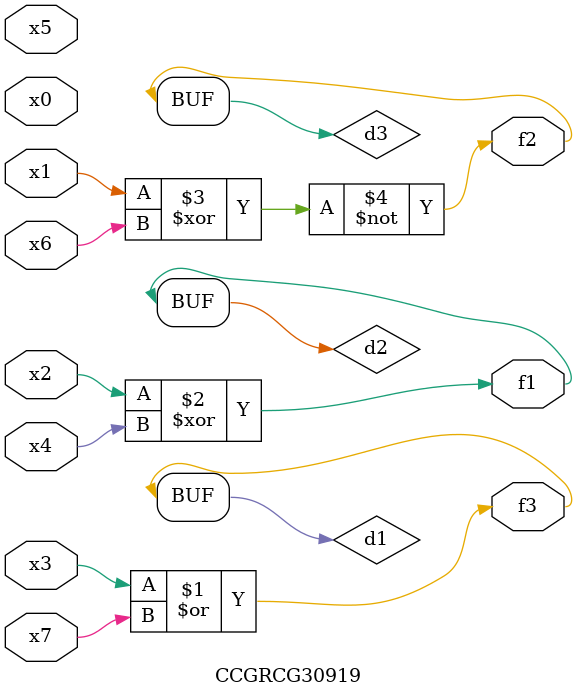
<source format=v>
module CCGRCG30919(
	input x0, x1, x2, x3, x4, x5, x6, x7,
	output f1, f2, f3
);

	wire d1, d2, d3;

	or (d1, x3, x7);
	xor (d2, x2, x4);
	xnor (d3, x1, x6);
	assign f1 = d2;
	assign f2 = d3;
	assign f3 = d1;
endmodule

</source>
